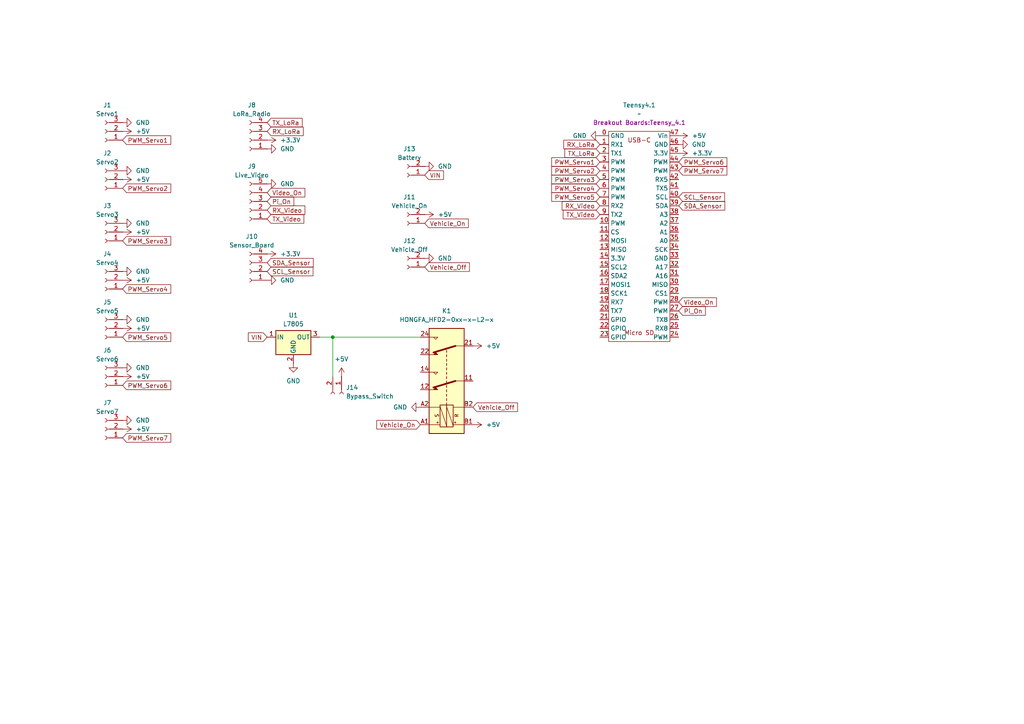
<source format=kicad_sch>
(kicad_sch (version 20250114) (generator "eeschema") (generator_version "9.0")
  (paper "A4")
  (lib_symbols
    (symbol "Breakout Boards:Teensy_4.1"
      (property "Reference" "Teensy4.1" (at 0 0 90))
      (property "Footprint" "Breakout Boards:Teensy_4.1" (at 0 0 0))
      (symbol "Teensy_4.1_0_1"
        (rectangle (start -8.89 30.48) (end 8.89 -30.48))
      )
      (symbol "Teensy_4.1_1_1"
        (text "USB-C" (at 0 27.94 0) (effects (font (size 1.27 1.27))))
        (text "Micro SD" (at 0 -27.94 0) (effects (font (size 1.27 1.27))))
        (pin input line (at -11.43 29.21 0) (length 2.54) (name "GND") (number "0"))
        (pin input line (at -11.43 26.67 0) (length 2.54) (name "RX1") (number "1"))
        (pin input line (at -11.43 24.13 0) (length 2.54) (name "TX1") (number "2"))
        (pin input line (at -11.43 21.59 0) (length 2.54) (name "PWM") (number "3"))
        (pin input line (at -11.43 19.05 0) (length 2.54) (name "PWM") (number "4"))
        (pin input line (at -11.43 16.51 0) (length 2.54) (name "PWM") (number "5"))
        (pin input line (at -11.43 13.97 0) (length 2.54) (name "PWM") (number "6"))
        (pin input line (at -11.43 11.43 0) (length 2.54) (name "PWM") (number "7"))
        (pin input line (at -11.43 8.89 0) (length 2.54) (name "RX2") (number "8"))
        (pin input line (at -11.43 6.35 0) (length 2.54) (name "TX2") (number "9"))
        (pin input line (at -11.43 3.81 0) (length 2.54) (name "PWM") (number "10"))
        (pin input line (at -11.43 1.27 0) (length 2.54) (name "CS") (number "11"))
        (pin input line (at -11.43 -1.27 0) (length 2.54) (name "MOSI") (number "12"))
        (pin input line (at -11.43 -3.81 0) (length 2.54) (name "MISO") (number "13"))
        (pin input line (at -11.43 -6.35 0) (length 2.54) (name "3.3V") (number "14"))
        (pin input line (at -11.43 -8.89 0) (length 2.54) (name "SCL2") (number "15"))
        (pin input line (at -11.43 -11.43 0) (length 2.54) (name "SDA2") (number "16"))
        (pin input line (at -11.43 -13.97 0) (length 2.54) (name "MOSI1") (number "17"))
        (pin input line (at -11.43 -16.51 0) (length 2.54) (name "SCK1") (number "18"))
        (pin input line (at -11.43 -19.05 0) (length 2.54) (name "RX7") (number "19"))
        (pin input line (at -11.43 -21.59 0) (length 2.54) (name "TX7") (number "20"))
        (pin input line (at -11.43 -24.13 0) (length 2.54) (name "GPIO") (number "21"))
        (pin input line (at -11.43 -26.67 0) (length 2.54) (name "GPIO") (number "22"))
        (pin input line (at -11.43 -29.21 0) (length 2.54) (name "GPIO") (number "23"))
        (pin input line (at 11.43 29.21 180) (length 2.54) (name "Vin") (number "47"))
        (pin input line (at 11.43 26.67 180) (length 2.54) (name "GND") (number "46"))
        (pin input line (at 11.43 24.13 180) (length 2.54) (name "3.3V") (number "45"))
        (pin input line (at 11.43 21.59 180) (length 2.54) (name "PWM") (number "44"))
        (pin input line (at 11.43 19.05 180) (length 2.54) (name "PWM") (number "43"))
        (pin input line (at 11.43 16.51 180) (length 2.54) (name "RX5") (number "42"))
        (pin input line (at 11.43 13.97 180) (length 2.54) (name "TX5") (number "41"))
        (pin input line (at 11.43 11.43 180) (length 2.54) (name "SCL") (number "40"))
        (pin input line (at 11.43 8.89 180) (length 2.54) (name "SDA") (number "39"))
        (pin input line (at 11.43 6.35 180) (length 2.54) (name "A3") (number "38"))
        (pin input line (at 11.43 3.81 180) (length 2.54) (name "A2") (number "37"))
        (pin input line (at 11.43 1.27 180) (length 2.54) (name "A1") (number "36"))
        (pin input line (at 11.43 -1.27 180) (length 2.54) (name "A0") (number "35"))
        (pin input line (at 11.43 -3.81 180) (length 2.54) (name "SCK") (number "34"))
        (pin input line (at 11.43 -6.35 180) (length 2.54) (name "GND") (number "33"))
        (pin input line (at 11.43 -8.89 180) (length 2.54) (name "A17") (number "32"))
        (pin input line (at 11.43 -11.43 180) (length 2.54) (name "A16") (number "31"))
        (pin input line (at 11.43 -13.97 180) (length 2.54) (name "MISO") (number "30"))
        (pin input line (at 11.43 -16.51 180) (length 2.54) (name "CS1") (number "29"))
        (pin input line (at 11.43 -19.05 180) (length 2.54) (name "PWM") (number "28"))
        (pin input line (at 11.43 -21.59 180) (length 2.54) (name "PWM") (number "27"))
        (pin input line (at 11.43 -24.13 180) (length 2.54) (name "TX8") (number "26"))
        (pin input line (at 11.43 -26.67 180) (length 2.54) (name "RX8") (number "25"))
        (pin input line (at 11.43 -29.21 180) (length 2.54) (name "PWM") (number "24"))
      )
    )
    (symbol "Connector:Conn_01x02_Socket" (pin_names (offset 1.016) (hide yes))
      (property "Reference" "J" (at 0 2.54 0))
      (property "Value" "Conn_01x02_Socket" (at 0 -5.08 0))
      (symbol "Conn_01x02_Socket_1_1"
        (polyline (pts (xy -1.27 0) (xy -0.508 0)) (stroke (width 0.1524)))
        (polyline (pts (xy -1.27 -2.54) (xy -0.508 -2.54)) (stroke (width 0.1524)))
        (arc (start 0 -0.508) (mid -0.5058 0) (end 0 0.508) (stroke (width 0.1524)))
        (arc (start 0 -3.048) (mid -0.5058 -2.54) (end 0 -2.032) (stroke (width 0.1524)))
        (pin passive line (at -5.08 0 0) (length 3.81) (name "Pin_1") (number "1"))
        (pin passive line (at -5.08 -2.54 0) (length 3.81) (name "Pin_2") (number "2"))
      )
    )
    (symbol "Connector:Conn_01x03_Socket" (pin_names (offset 1.016) (hide yes))
      (property "Reference" "J" (at 0 5.08 0))
      (property "Value" "Conn_01x03_Socket" (at 0 -5.08 0))
      (symbol "Conn_01x03_Socket_1_1"
        (polyline (pts (xy -1.27 2.54) (xy -0.508 2.54)) (stroke (width 0.1524)))
        (polyline (pts (xy -1.27 0) (xy -0.508 0)) (stroke (width 0.1524)))
        (polyline (pts (xy -1.27 -2.54) (xy -0.508 -2.54)) (stroke (width 0.1524)))
        (arc (start 0 2.032) (mid -0.5058 2.54) (end 0 3.048) (stroke (width 0.1524)))
        (arc (start 0 -0.508) (mid -0.5058 0) (end 0 0.508) (stroke (width 0.1524)))
        (arc (start 0 -3.048) (mid -0.5058 -2.54) (end 0 -2.032) (stroke (width 0.1524)))
        (pin passive line (at -5.08 2.54 0) (length 3.81) (name "Pin_1") (number "1"))
        (pin passive line (at -5.08 0 0) (length 3.81) (name "Pin_2") (number "2"))
        (pin passive line (at -5.08 -2.54 0) (length 3.81) (name "Pin_3") (number "3"))
      )
    )
    (symbol "Connector:Conn_01x04_Socket" (pin_names (offset 1.016) (hide yes))
      (property "Reference" "J" (at 0 5.08 0))
      (property "Value" "Conn_01x04_Socket" (at 0 -7.62 0))
      (symbol "Conn_01x04_Socket_1_1"
        (polyline (pts (xy -1.27 2.54) (xy -0.508 2.54)) (stroke (width 0.1524)))
        (polyline (pts (xy -1.27 0) (xy -0.508 0)) (stroke (width 0.1524)))
        (polyline (pts (xy -1.27 -2.54) (xy -0.508 -2.54)) (stroke (width 0.1524)))
        (polyline (pts (xy -1.27 -5.08) (xy -0.508 -5.08)) (stroke (width 0.1524)))
        (arc (start 0 2.032) (mid -0.5058 2.54) (end 0 3.048) (stroke (width 0.1524)))
        (arc (start 0 -0.508) (mid -0.5058 0) (end 0 0.508) (stroke (width 0.1524)))
        (arc (start 0 -3.048) (mid -0.5058 -2.54) (end 0 -2.032) (stroke (width 0.1524)))
        (arc (start 0 -5.588) (mid -0.5058 -5.08) (end 0 -4.572) (stroke (width 0.1524)))
        (pin passive line (at -5.08 2.54 0) (length 3.81) (name "Pin_1") (number "1"))
        (pin passive line (at -5.08 0 0) (length 3.81) (name "Pin_2") (number "2"))
        (pin passive line (at -5.08 -2.54 0) (length 3.81) (name "Pin_3") (number "3"))
        (pin passive line (at -5.08 -5.08 0) (length 3.81) (name "Pin_4") (number "4"))
      )
    )
    (symbol "Connector:Conn_01x05_Socket" (pin_names (offset 1.016) (hide yes))
      (property "Reference" "J" (at 0 7.62 0))
      (property "Value" "Conn_01x05_Socket" (at 0 -7.62 0))
      (symbol "Conn_01x05_Socket_1_1"
        (polyline (pts (xy -1.27 5.08) (xy -0.508 5.08)) (stroke (width 0.1524)))
        (polyline (pts (xy -1.27 2.54) (xy -0.508 2.54)) (stroke (width 0.1524)))
        (polyline (pts (xy -1.27 0) (xy -0.508 0)) (stroke (width 0.1524)))
        (polyline (pts (xy -1.27 -2.54) (xy -0.508 -2.54)) (stroke (width 0.1524)))
        (polyline (pts (xy -1.27 -5.08) (xy -0.508 -5.08)) (stroke (width 0.1524)))
        (arc (start 0 4.572) (mid -0.5058 5.08) (end 0 5.588) (stroke (width 0.1524)))
        (arc (start 0 2.032) (mid -0.5058 2.54) (end 0 3.048) (stroke (width 0.1524)))
        (arc (start 0 -0.508) (mid -0.5058 0) (end 0 0.508) (stroke (width 0.1524)))
        (arc (start 0 -3.048) (mid -0.5058 -2.54) (end 0 -2.032) (stroke (width 0.1524)))
        (arc (start 0 -5.588) (mid -0.5058 -5.08) (end 0 -4.572) (stroke (width 0.1524)))
        (pin passive line (at -5.08 5.08 0) (length 3.81) (name "Pin_1") (number "1"))
        (pin passive line (at -5.08 2.54 0) (length 3.81) (name "Pin_2") (number "2"))
        (pin passive line (at -5.08 0 0) (length 3.81) (name "Pin_3") (number "3"))
        (pin passive line (at -5.08 -2.54 0) (length 3.81) (name "Pin_4") (number "4"))
        (pin passive line (at -5.08 -5.08 0) (length 3.81) (name "Pin_5") (number "5"))
      )
    )
    (symbol "Regulator_Linear:L7805" (pin_names (offset 0.254))
      (property "Reference" "U" (at -3.81 3.175 0))
      (property "Value" "L7805" (at 0 3.175 0))
      (symbol "L7805_0_1"
        (rectangle (start -5.08 1.905) (end 5.08 -5.08) (stroke (width 0.254)) (fill (type background)))
      )
      (symbol "L7805_1_1"
        (pin power_in line (at -7.62 0 0) (length 2.54) (name "IN") (number "1"))
        (pin power_in line (at 0 -7.62 90) (length 2.54) (name "GND") (number "2"))
        (pin power_out line (at 7.62 0 180) (length 2.54) (name "OUT") (number "3"))
      )
    )
    (symbol "Relay:HONGFA_HFD2-0xx-x-L2-x"
      (property "Reference" "K" (at 16.51 3.81 0))
      (property "Value" "HONGFA_HFD2-0xx-x-L2-x" (at 16.51 1.27 0))
      (symbol "HONGFA_HFD2-0xx-x-L2-x_0_0"
        (polyline (pts (xy -2.54 5.08) (xy -2.54 2.54) (xy -1.905 3.175) (xy -2.54 3.81)) (fill (type outline)))
        (polyline (pts (xy 2.54 5.08) (xy 2.54 2.54) (xy 1.905 3.175) (xy 2.54 3.81)))
        (polyline (pts (xy 7.62 5.08) (xy 7.62 2.54) (xy 8.255 3.175) (xy 7.62 3.81)) (fill (type outline)))
        (polyline (pts (xy 12.7 5.08) (xy 12.7 2.54) (xy 12.065 3.175) (xy 12.7 3.81)))
        (text "+" (at -12.065 2.667 0) (effects (font (size 0.762 0.762))))
        (text "+" (at -12.065 -2.413 0) (effects (font (size 0.762 0.762))))
        (text "S" (at -10.033 2.794 0) (effects (font (size 1.016 1.016))))
        (text "R" (at -10.033 -2.921 0) (effects (font (size 1.016 1.016))))
      )
      (symbol "HONGFA_HFD2-0xx-x-L2-x_0_1"
        (rectangle (start -15.24 5.08) (end 15.24 -5.08) (stroke (width 0.254)) (fill (type background)))
        (rectangle (start -13.335 1.905) (end -6.985 -1.905) (stroke (width 0.2032)))
        (polyline (pts (xy -13.335 0) (xy -6.35 0)) (stroke (width 0.2032)))
        (polyline (pts (xy -13.081 0) (xy -7.366 1.905)))
        (polyline (pts (xy -13.081 -1.905) (xy -7.493 0)))
        (polyline (pts (xy -12.7 5.08) (xy -12.7 1.905)))
        (polyline (pts (xy -12.7 -5.08) (xy -12.7 -1.905)))
        (polyline (pts (xy -7.62 5.08) (xy -7.62 1.905)))
        (polyline (pts (xy -7.62 -5.08) (xy -7.62 -1.905)))
        (polyline (pts (xy -5.715 0) (xy -5.08 0)) (stroke (width 0.2032)))
        (polyline (pts (xy -4.445 0) (xy -3.81 0)) (stroke (width 0.2032)))
        (polyline (pts (xy -3.175 0) (xy -2.54 0)) (stroke (width 0.2032)))
        (polyline (pts (xy -1.905 0) (xy -1.27 0)) (stroke (width 0.2032)))
        (polyline (pts (xy -0.635 0) (xy 0 0)) (stroke (width 0.2032)))
        (polyline (pts (xy 0 -2.54) (xy -1.905 3.81)) (stroke (width 0.508)))
        (polyline (pts (xy 0 -2.54) (xy 0 -5.08)))
        (polyline (pts (xy 0.635 0) (xy 1.27 0)) (stroke (width 0.2032)))
        (polyline (pts (xy 1.905 0) (xy 2.54 0)) (stroke (width 0.2032)))
        (polyline (pts (xy 3.175 0) (xy 3.81 0)) (stroke (width 0.2032)))
        (polyline (pts (xy 4.445 0) (xy 5.08 0)) (stroke (width 0.2032)))
        (polyline (pts (xy 5.715 0) (xy 6.35 0)) (stroke (width 0.2032)))
        (polyline (pts (xy 6.985 0) (xy 7.62 0)) (stroke (width 0.2032)))
        (polyline (pts (xy 8.255 0) (xy 8.89 0)) (stroke (width 0.2032)))
        (polyline (pts (xy 10.16 -2.54) (xy 8.255 3.81)) (stroke (width 0.508)))
        (polyline (pts (xy 10.16 -2.54) (xy 10.16 -5.08)))
      )
      (symbol "HONGFA_HFD2-0xx-x-L2-x_1_1"
        (pin passive line (at -12.7 7.62 270) (length 2.54) (name "~") (number "A1"))
        (pin passive line (at -12.7 -7.62 90) (length 2.54) (name "~") (number "B1"))
        (pin passive line (at -7.62 7.62 270) (length 2.54) (name "~") (number "A2"))
        (pin passive line (at -7.62 -7.62 90) (length 2.54) (name "~") (number "B2"))
        (pin passive line (at -2.54 7.62 270) (length 2.54) (name "~") (number "12"))
        (pin passive line (at 0 -7.62 90) (length 2.54) (name "~") (number "11"))
        (pin passive line (at 2.54 7.62 270) (length 2.54) (name "~") (number "14"))
        (pin passive line (at 7.62 7.62 270) (length 2.54) (name "~") (number "22"))
        (pin passive line (at 10.16 -7.62 90) (length 2.54) (name "~") (number "21"))
        (pin passive line (at 12.7 7.62 270) (length 2.54) (name "~") (number "24"))
      )
    )
    (symbol "power:+3.3V" (power) (pin_numbers (hide yes)) (pin_names (offset 0) (hide yes))
      (property "Value" "+3.3V" (at 0 3.556 0))
      (symbol "+3.3V_0_1"
        (polyline (pts (xy -0.762 1.27) (xy 0 2.54)))
        (polyline (pts (xy 0 2.54) (xy 0.762 1.27)))
        (polyline (pts (xy 0 0) (xy 0 2.54)))
      )
      (symbol "+3.3V_1_1"
        (pin power_in line (at 0 0 90) (length 0) (name "~") (number "1"))
      )
    )
    (symbol "power:+5V" (power) (pin_numbers (hide yes)) (pin_names (offset 0) (hide yes))
      (property "Value" "+5V" (at 0 3.556 0))
      (symbol "+5V_0_1"
        (polyline (pts (xy -0.762 1.27) (xy 0 2.54)))
        (polyline (pts (xy 0 2.54) (xy 0.762 1.27)))
        (polyline (pts (xy 0 0) (xy 0 2.54)))
      )
      (symbol "+5V_1_1"
        (pin power_in line (at 0 0 90) (length 0) (name "~") (number "1"))
      )
    )
    (symbol "power:GND" (power) (pin_numbers (hide yes)) (pin_names (offset 0) (hide yes))
      (property "Value" "GND" (at 0 -3.81 0))
      (symbol "GND_0_1"
        (polyline (pts (xy 0 0) (xy 0 -1.27) (xy 1.27 -1.27) (xy 0 -2.54) (xy -1.27 -1.27) (xy 0 -1.27)))
      )
      (symbol "GND_1_1"
        (pin power_in line (at 0 0 270) (length 0) (name "~") (number "1"))
      )
    )
  )
  (junction (at 96.52 97.79))
  (wire (pts (xy 96.52 97.79) (xy 92.71 97.79)))
  (wire (pts (xy 121.92 97.79) (xy 96.52 97.79)))
  (wire (pts (xy 96.52 97.79) (xy 96.52 109.22)))
  (global_label "RX_LoRa" (shape input) (at 77.47 38.1 0) (property "Intersheetrefs" "${INTERSHEET_REFS}" (effects (hide yes))))
  (global_label "PWM_Servo5" (shape input) (at 35.56 97.79 0) (property "Intersheetrefs" "${INTERSHEET_REFS}" (effects (hide yes))))
  (global_label "PWM_Servo4" (shape input) (at 35.56 83.82 0) (property "Intersheetrefs" "${INTERSHEET_REFS}" (effects (hide yes))))
  (global_label "PWM_Servo7" (shape input) (at 196.85 49.53 0) (property "Intersheetrefs" "${INTERSHEET_REFS}" (effects (hide yes))))
  (global_label "TX_Video" (shape input) (at 173.99 62.23 180) (property "Intersheetrefs" "${INTERSHEET_REFS}" (effects (hide yes))))
  (global_label "Vehicle_On" (shape input) (at 121.92 123.19 180) (property "Intersheetrefs" "${INTERSHEET_REFS}" (effects (hide yes))))
  (global_label "SDA_Sensor" (shape input) (at 77.47 76.2 0) (property "Intersheetrefs" "${INTERSHEET_REFS}" (effects (hide yes))))
  (global_label "Vehicle_Off" (shape input) (at 123.19 77.47 0) (property "Intersheetrefs" "${INTERSHEET_REFS}" (effects (hide yes))))
  (global_label "PWM_Servo2" (shape input) (at 35.56 54.61 0) (property "Intersheetrefs" "${INTERSHEET_REFS}" (effects (hide yes))))
  (global_label "PWM_Servo3" (shape input) (at 35.56 69.85 0) (property "Intersheetrefs" "${INTERSHEET_REFS}" (effects (hide yes))))
  (global_label "Pi_On" (shape input) (at 196.85 90.17 0) (property "Intersheetrefs" "${INTERSHEET_REFS}" (effects (hide yes))))
  (global_label "VIN" (shape input) (at 123.19 50.8 0) (property "Intersheetrefs" "${INTERSHEET_REFS}" (effects (hide yes))))
  (global_label "VIN" (shape input) (at 77.47 97.79 180) (property "Intersheetrefs" "${INTERSHEET_REFS}" (effects (hide yes))))
  (global_label "TX_Video" (shape input) (at 77.47 63.5 0) (property "Intersheetrefs" "${INTERSHEET_REFS}" (effects (hide yes))))
  (global_label "TX_LoRa" (shape input) (at 77.47 35.56 0) (property "Intersheetrefs" "${INTERSHEET_REFS}" (effects (hide yes))))
  (global_label "RX_Video" (shape input) (at 77.47 60.96 0) (property "Intersheetrefs" "${INTERSHEET_REFS}" (effects (hide yes))))
  (global_label "PWM_Servo1" (shape input) (at 173.99 46.99 180) (property "Intersheetrefs" "${INTERSHEET_REFS}" (effects (hide yes))))
  (global_label "Video_On" (shape input) (at 77.47 55.88 0) (property "Intersheetrefs" "${INTERSHEET_REFS}" (effects (hide yes))))
  (global_label "SCL_Sensor" (shape input) (at 196.85 57.15 0) (property "Intersheetrefs" "${INTERSHEET_REFS}" (effects (hide yes))))
  (global_label "PWM_Servo4" (shape input) (at 173.99 54.61 180) (property "Intersheetrefs" "${INTERSHEET_REFS}" (effects (hide yes))))
  (global_label "Video_On" (shape input) (at 196.85 87.63 0) (property "Intersheetrefs" "${INTERSHEET_REFS}" (effects (hide yes))))
  (global_label "Pi_On" (shape input) (at 77.47 58.42 0) (property "Intersheetrefs" "${INTERSHEET_REFS}" (effects (hide yes))))
  (global_label "PWM_Servo5" (shape input) (at 173.99 57.15 180) (property "Intersheetrefs" "${INTERSHEET_REFS}" (effects (hide yes))))
  (global_label "RX_LoRa" (shape input) (at 173.99 41.91 180) (property "Intersheetrefs" "${INTERSHEET_REFS}" (effects (hide yes))))
  (global_label "Vehicle_Off" (shape input) (at 137.16 118.11 0) (property "Intersheetrefs" "${INTERSHEET_REFS}" (effects (hide yes))))
  (global_label "SDA_Sensor" (shape input) (at 196.85 59.69 0) (property "Intersheetrefs" "${INTERSHEET_REFS}" (effects (hide yes))))
  (global_label "PWM_Servo1" (shape input) (at 35.56 40.64 0) (property "Intersheetrefs" "${INTERSHEET_REFS}" (effects (hide yes))))
  (global_label "PWM_Servo2" (shape input) (at 173.99 49.53 180) (property "Intersheetrefs" "${INTERSHEET_REFS}" (effects (hide yes))))
  (global_label "TX_LoRa" (shape input) (at 173.99 44.45 180) (property "Intersheetrefs" "${INTERSHEET_REFS}" (effects (hide yes))))
  (global_label "PWM_Servo3" (shape input) (at 173.99 52.07 180) (property "Intersheetrefs" "${INTERSHEET_REFS}" (effects (hide yes))))
  (global_label "PWM_Servo7" (shape input) (at 35.56 127 0) (property "Intersheetrefs" "${INTERSHEET_REFS}" (effects (hide yes))))
  (global_label "SCL_Sensor" (shape input) (at 77.47 78.74 0) (property "Intersheetrefs" "${INTERSHEET_REFS}" (effects (hide yes))))
  (global_label "RX_Video" (shape input) (at 173.99 59.69 180) (property "Intersheetrefs" "${INTERSHEET_REFS}" (effects (hide yes))))
  (global_label "PWM_Servo6" (shape input) (at 35.56 111.76 0) (property "Intersheetrefs" "${INTERSHEET_REFS}" (effects (hide yes))))
  (global_label "PWM_Servo6" (shape input) (at 196.85 46.99 0) (property "Intersheetrefs" "${INTERSHEET_REFS}" (effects (hide yes))))
  (global_label "Vehicle_On" (shape input) (at 123.19 64.77 0) (property "Intersheetrefs" "${INTERSHEET_REFS}" (effects (hide yes))))
  (symbol (lib_id "power:+5V") (at 137.16 123.19 270) (unit 1)
    (property "Reference" "#PWR012" (effects (hide yes)))
    (property "Value" "+5V" (at 140.97 123.1899 90) (effects (justify left)))
    (property "Description" "Power symbol creates a global label with name \"+5V\"" (effects (hide yes)))
  )
  (symbol (lib_id "power:+5V") (at 35.56 52.07 270) (unit 1)
    (property "Reference" "#PWR029" (effects (hide yes)))
    (property "Value" "+5V" (at 39.37 52.0699 90) (effects (justify left)))
    (property "Description" "Power symbol creates a global label with name \"+5V\"" (effects (hide yes)))
  )
  (symbol (lib_id "Connector:Conn_01x02_Socket") (at 118.11 77.47 180) (unit 1)
    (property "Reference" "J12" (at 118.745 69.85 0))
    (property "Value" "Vehicle_Off" (at 118.745 72.39 0))
    (property "Description" "Generic connector, single row, 01x02, script generated" (effects (hide yes)))
  )
  (symbol (lib_id "power:GND") (at 196.85 41.91 90) (unit 1)
    (property "Reference" "#PWR016" (effects (hide yes)))
    (property "Value" "GND" (at 200.66 41.9099 90) (effects (justify right)))
    (property "Description" "Power symbol creates a global label with name \"GND\" , ground" (effects (hide yes)))
  )
  (symbol (lib_id "power:+3.3V") (at 77.47 73.66 270) (unit 1)
    (property "Reference" "#PWR08" (effects (hide yes)))
    (property "Value" "+3.3V" (at 81.28 73.6599 90) (effects (justify left)))
    (property "Description" "Power symbol creates a global label with name \"+3.3V\"" (effects (hide yes)))
  )
  (symbol (lib_id "power:GND") (at 35.56 49.53 90) (unit 1)
    (property "Reference" "#PWR028" (effects (hide yes)))
    (property "Value" "GND" (at 39.37 49.5299 90) (effects (justify right)))
    (property "Description" "Power symbol creates a global label with name \"GND\" , ground" (effects (hide yes)))
  )
  (symbol (lib_id "power:GND") (at 77.47 43.18 90) (unit 1)
    (property "Reference" "#PWR06" (effects (hide yes)))
    (property "Value" "GND" (at 81.28 43.1799 90) (effects (justify right)))
    (property "Description" "Power symbol creates a global label with name \"GND\" , ground" (effects (hide yes)))
  )
  (symbol (lib_id "Connector:Conn_01x03_Socket") (at 30.48 95.25 180) (unit 1)
    (property "Reference" "J5" (at 31.115 87.63 0))
    (property "Value" "Servo5" (at 31.115 90.17 0))
    (property "Description" "Generic connector, single row, 01x03, script generated" (effects (hide yes)))
  )
  (symbol (lib_id "Connector:Conn_01x05_Socket") (at 72.39 58.42 180) (unit 1)
    (property "Reference" "J9" (at 73.025 48.26 0))
    (property "Value" "Live_Video" (at 73.025 50.8 0))
    (property "Description" "Generic connector, single row, 01x05, script generated" (effects (hide yes)))
  )
  (symbol (lib_id "power:GND") (at 35.56 121.92 90) (unit 1)
    (property "Reference" "#PWR03" (effects (hide yes)))
    (property "Value" "GND" (at 39.37 121.9199 90) (effects (justify right)))
    (property "Description" "Power symbol creates a global label with name \"GND\" , ground" (effects (hide yes)))
  )
  (symbol (lib_id "Connector:Conn_01x03_Socket") (at 30.48 124.46 180) (unit 1)
    (property "Reference" "J7" (at 31.115 116.84 0))
    (property "Value" "Servo7" (at 31.115 119.38 0))
    (property "Description" "Generic connector, single row, 01x03, script generated" (effects (hide yes)))
  )
  (symbol (lib_id "power:GND") (at 77.47 81.28 90) (unit 1)
    (property "Reference" "#PWR09" (effects (hide yes)))
    (property "Value" "GND" (at 81.28 81.2799 90) (effects (justify right)))
    (property "Description" "Power symbol creates a global label with name \"GND\" , ground" (effects (hide yes)))
  )
  (symbol (lib_id "power:+5V") (at 35.56 67.31 270) (unit 1)
    (property "Reference" "#PWR031" (effects (hide yes)))
    (property "Value" "+5V" (at 39.37 67.3099 90) (effects (justify left)))
    (property "Description" "Power symbol creates a global label with name \"+5V\"" (effects (hide yes)))
  )
  (symbol (lib_id "Regulator_Linear:L7805") (at 85.09 97.79 0) (unit 1)
    (property "Reference" "U1" (at 85.09 91.44 0))
    (property "Value" "L7805" (at 85.09 93.98 0))
    (property "Datasheet" "http://www.st.com/content/ccc/resource/technical/document/datasheet/41/4f/b3/b0/12/d4/47/88/CD00000444.pdf/files/CD00000444.pdf/jcr:content/translations/en.CD00000444.pdf" (effects (hide yes)))
    (property "Description" "Positive 1.5A 35V Linear Regulator, Fixed Output 5V, TO-220/TO-263/TO-252" (effects (hide yes)))
  )
  (symbol (lib_id "Connector:Conn_01x03_Socket") (at 30.48 52.07 180) (unit 1)
    (property "Reference" "J2" (at 31.115 44.45 0))
    (property "Value" "Servo2" (at 31.115 46.99 0))
    (property "Description" "Generic connector, single row, 01x03, script generated" (effects (hide yes)))
  )
  (symbol (lib_id "power:GND") (at 35.56 35.56 90) (unit 1)
    (property "Reference" "#PWR026" (effects (hide yes)))
    (property "Value" "GND" (at 39.37 35.5599 90) (effects (justify right)))
    (property "Description" "Power symbol creates a global label with name \"GND\" , ground" (effects (hide yes)))
  )
  (symbol (lib_id "Connector:Conn_01x02_Socket") (at 118.11 50.8 180) (unit 1)
    (property "Reference" "J13" (at 118.745 43.18 0))
    (property "Value" "Battery" (at 118.745 45.72 0))
    (property "Description" "Generic connector, single row, 01x02, script generated" (effects (hide yes)))
  )
  (symbol (lib_id "power:GND") (at 85.09 105.41 0) (unit 1)
    (property "Reference" "#PWR020" (effects (hide yes)))
    (property "Value" "GND" (at 85.09 110.49 0))
    (property "Description" "Power symbol creates a global label with name \"GND\" , ground" (effects (hide yes)))
  )
  (symbol (lib_id "Connector:Conn_01x03_Socket") (at 30.48 38.1 180) (unit 1)
    (property "Reference" "J1" (at 31.115 30.48 0))
    (property "Value" "Servo1" (at 31.115 33.02 0))
    (property "Description" "Generic connector, single row, 01x03, script generated" (effects (hide yes)))
  )
  (symbol (lib_id "power:+5V") (at 137.16 100.33 270) (unit 1)
    (property "Reference" "#PWR014" (effects (hide yes)))
    (property "Value" "+5V" (at 140.97 100.3299 90) (effects (justify left)))
    (property "Description" "Power symbol creates a global label with name \"+5V\"" (effects (hide yes)))
  )
  (symbol (lib_id "power:+5V") (at 196.85 39.37 270) (unit 1)
    (property "Reference" "#PWR017" (effects (hide yes)))
    (property "Value" "+5V" (at 200.66 39.3699 90) (effects (justify left)))
    (property "Description" "Power symbol creates a global label with name \"+5V\"" (effects (hide yes)))
  )
  (symbol (lib_id "Connector:Conn_01x04_Socket") (at 72.39 40.64 180) (unit 1)
    (property "Reference" "J8" (at 73.025 30.48 0))
    (property "Value" "LoRa_Radio" (at 73.025 33.02 0))
    (property "Description" "Generic connector, single row, 01x04, script generated" (effects (hide yes)))
  )
  (symbol (lib_id "power:+5V") (at 35.56 38.1 270) (unit 1)
    (property "Reference" "#PWR027" (effects (hide yes)))
    (property "Value" "+5V" (at 39.37 38.0999 90) (effects (justify left)))
    (property "Description" "Power symbol creates a global label with name \"+5V\"" (effects (hide yes)))
  )
  (symbol (lib_id "power:GND") (at 121.92 118.11 270) (unit 1)
    (property "Reference" "#PWR013" (effects (hide yes)))
    (property "Value" "GND" (at 118.11 118.1099 90) (effects (justify right)))
    (property "Description" "Power symbol creates a global label with name \"GND\" , ground" (effects (hide yes)))
  )
  (symbol (lib_id "Connector:Conn_01x03_Socket") (at 30.48 67.31 180) (unit 1)
    (property "Reference" "J3" (at 31.115 59.69 0))
    (property "Value" "Servo3" (at 31.115 62.23 0))
    (property "Description" "Generic connector, single row, 01x03, script generated" (effects (hide yes)))
  )
  (symbol (lib_id "power:+5V") (at 123.19 62.23 270) (unit 1)
    (property "Reference" "#PWR010" (effects (hide yes)))
    (property "Value" "+5V" (at 127 62.2299 90) (effects (justify left)))
    (property "Description" "Power symbol creates a global label with name \"+5V\"" (effects (hide yes)))
  )
  (symbol (lib_id "Connector:Conn_01x03_Socket") (at 30.48 81.28 180) (unit 1)
    (property "Reference" "J4" (at 31.115 73.66 0))
    (property "Value" "Servo4" (at 31.115 76.2 0))
    (property "Description" "Generic connector, single row, 01x03, script generated" (effects (hide yes)))
  )
  (symbol (lib_id "power:+5V") (at 35.56 124.46 270) (unit 1)
    (property "Reference" "#PWR04" (effects (hide yes)))
    (property "Value" "+5V" (at 39.37 124.4599 90) (effects (justify left)))
    (property "Description" "Power symbol creates a global label with name \"+5V\"" (effects (hide yes)))
  )
  (symbol (lib_id "power:+5V") (at 99.06 109.22 0) (unit 1)
    (property "Reference" "#PWR021" (effects (hide yes)))
    (property "Value" "+5V" (at 99.06 104.14 0))
    (property "Description" "Power symbol creates a global label with name \"+5V\"" (effects (hide yes)))
  )
  (symbol (lib_id "Breakout Boards:Teensy_4.1") (at 185.42 68.58 0) (unit 1)
    (property "Reference" "Teensy4.1" (at 185.42 30.48 0))
    (property "Value" "~" (at 185.42 33.02 0))
    (property "Footprint" "Breakout Boards:Teensy_4.1" (at 185.42 35.56 0))
  )
  (symbol (lib_id "power:+5V") (at 35.56 81.28 270) (unit 1)
    (property "Reference" "#PWR033" (effects (hide yes)))
    (property "Value" "+5V" (at 39.37 81.2799 90) (effects (justify left)))
    (property "Description" "Power symbol creates a global label with name \"+5V\"" (effects (hide yes)))
  )
  (symbol (lib_id "power:+3.3V") (at 196.85 44.45 270) (unit 1)
    (property "Reference" "#PWR018" (effects (hide yes)))
    (property "Value" "+3.3V" (at 200.66 44.4499 90) (effects (justify left)))
    (property "Description" "Power symbol creates a global label with name \"+3.3V\"" (effects (hide yes)))
  )
  (symbol (lib_id "power:+5V") (at 35.56 109.22 270) (unit 1)
    (property "Reference" "#PWR02" (effects (hide yes)))
    (property "Value" "+5V" (at 39.37 109.2199 90) (effects (justify left)))
    (property "Description" "Power symbol creates a global label with name \"+5V\"" (effects (hide yes)))
  )
  (symbol (lib_id "power:+5V") (at 35.56 95.25 270) (unit 1)
    (property "Reference" "#PWR035" (effects (hide yes)))
    (property "Value" "+5V" (at 39.37 95.2499 90) (effects (justify left)))
    (property "Description" "Power symbol creates a global label with name \"+5V\"" (effects (hide yes)))
  )
  (symbol (lib_id "power:GND") (at 35.56 92.71 90) (unit 1)
    (property "Reference" "#PWR034" (effects (hide yes)))
    (property "Value" "GND" (at 39.37 92.7099 90) (effects (justify right)))
    (property "Description" "Power symbol creates a global label with name \"GND\" , ground" (effects (hide yes)))
  )
  (symbol (lib_id "power:GND") (at 123.19 48.26 90) (unit 1)
    (property "Reference" "#PWR019" (effects (hide yes)))
    (property "Value" "GND" (at 127 48.2599 90) (effects (justify right)))
    (property "Description" "Power symbol creates a global label with name \"GND\" , ground" (effects (hide yes)))
  )
  (symbol (lib_id "power:GND") (at 35.56 64.77 90) (unit 1)
    (property "Reference" "#PWR030" (effects (hide yes)))
    (property "Value" "GND" (at 39.37 64.7699 90) (effects (justify right)))
    (property "Description" "Power symbol creates a global label with name \"GND\" , ground" (effects (hide yes)))
  )
  (symbol (lib_id "power:+3.3V") (at 77.47 40.64 270) (unit 1)
    (property "Reference" "#PWR05" (effects (hide yes)))
    (property "Value" "+3.3V" (at 81.28 40.6399 90) (effects (justify left)))
    (property "Description" "Power symbol creates a global label with name \"+3.3V\"" (effects (hide yes)))
  )
  (symbol (lib_id "Connector:Conn_01x02_Socket") (at 99.06 114.3 270) (unit 1)
    (property "Reference" "J14" (at 100.33 112.3949 90) (effects (justify left)))
    (property "Value" "Bypass_Switch" (at 100.33 114.9349 90) (effects (justify left)))
    (property "Description" "Generic connector, single row, 01x02, script generated" (effects (hide yes)))
  )
  (symbol (lib_id "power:GND") (at 35.56 78.74 90) (unit 1)
    (property "Reference" "#PWR032" (effects (hide yes)))
    (property "Value" "GND" (at 39.37 78.7399 90) (effects (justify right)))
    (property "Description" "Power symbol creates a global label with name \"GND\" , ground" (effects (hide yes)))
  )
  (symbol (lib_id "power:GND") (at 35.56 106.68 90) (unit 1)
    (property "Reference" "#PWR01" (effects (hide yes)))
    (property "Value" "GND" (at 39.37 106.6799 90) (effects (justify right)))
    (property "Description" "Power symbol creates a global label with name \"GND\" , ground" (effects (hide yes)))
  )
  (symbol (lib_id "Relay:HONGFA_HFD2-0xx-x-L2-x") (at 129.54 110.49 90) (unit 1)
    (property "Reference" "K1" (at 129.54 90.17 90))
    (property "Value" "HONGFA_HFD2-0xx-x-L2-x" (at 129.54 92.71 90))
    (property "Footprint" "Relay_THT:Relay_DPDT_Omron_G6AK" (effects (hide yes)))
    (property "Datasheet" "https://source_cn.hongfa.com/Api/DownloadPdf/323" (effects (hide yes)))
    (property "Description" "Bistable miniature DPDT relay, 3A, 125VAC, THT" (effects (hide yes)))
  )
  (symbol (lib_id "Connector:Conn_01x03_Socket") (at 30.48 109.22 180) (unit 1)
    (property "Reference" "J6" (at 31.115 101.6 0))
    (property "Value" "Servo6" (at 31.115 104.14 0))
    (property "Description" "Generic connector, single row, 01x03, script generated" (effects (hide yes)))
  )
  (symbol (lib_id "Connector:Conn_01x04_Socket") (at 72.39 78.74 180) (unit 1)
    (property "Reference" "J10" (at 73.025 68.58 0))
    (property "Value" "Sensor_Board" (at 73.025 71.12 0))
    (property "Description" "Generic connector, single row, 01x04, script generated" (effects (hide yes)))
  )
  (symbol (lib_id "power:GND") (at 173.99 39.37 270) (unit 1)
    (property "Reference" "#PWR015" (effects (hide yes)))
    (property "Value" "GND" (at 170.18 39.3699 90) (effects (justify right)))
    (property "Description" "Power symbol creates a global label with name \"GND\" , ground" (effects (hide yes)))
  )
  (symbol (lib_id "power:GND") (at 123.19 74.93 90) (unit 1)
    (property "Reference" "#PWR011" (effects (hide yes)))
    (property "Value" "GND" (at 127 74.9299 90) (effects (justify right)))
    (property "Description" "Power symbol creates a global label with name \"GND\" , ground" (effects (hide yes)))
  )
  (symbol (lib_id "Connector:Conn_01x02_Socket") (at 118.11 64.77 180) (unit 1)
    (property "Reference" "J11" (at 118.745 57.15 0))
    (property "Value" "Vehicle_On" (at 118.745 59.69 0))
    (property "Description" "Generic connector, single row, 01x02, script generated" (effects (hide yes)))
  )
  (symbol (lib_id "power:GND") (at 77.47 53.34 90) (unit 1)
    (property "Reference" "#PWR07" (effects (hide yes)))
    (property "Value" "GND" (at 81.28 53.3399 90) (effects (justify right)))
    (property "Description" "Power symbol creates a global label with name \"GND\" , ground" (effects (hide yes)))
  )
)
</source>
